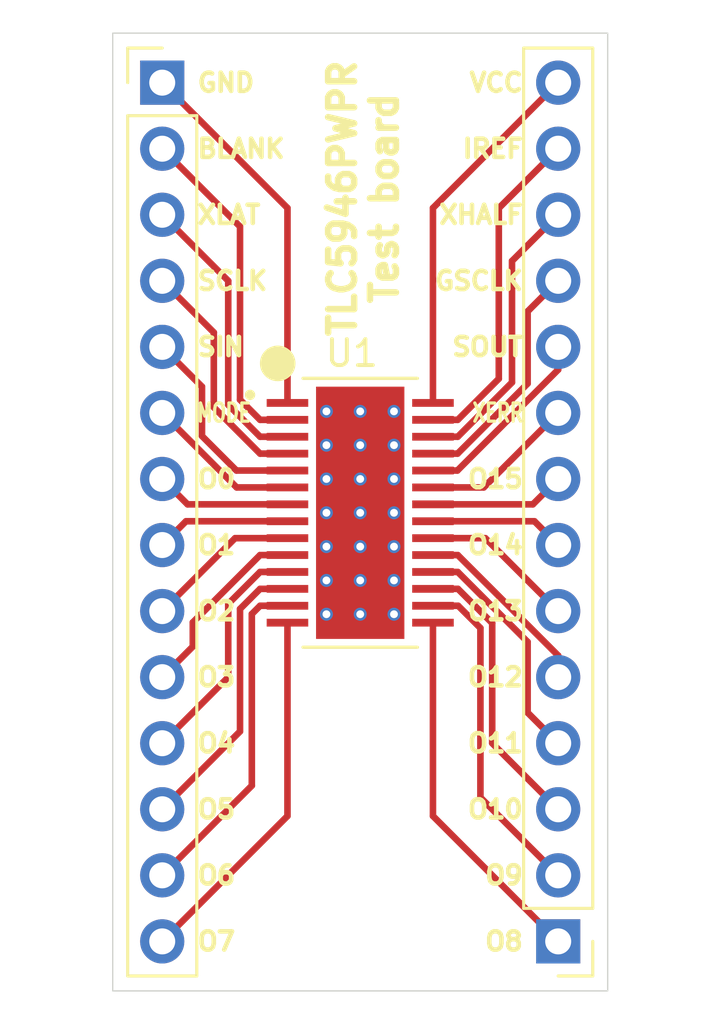
<source format=kicad_pcb>
(kicad_pcb (version 20240108) (generator "pcbnew") (generator_version "8.0")
  (layers (0 "F.Cu" signal) (31 "B.Cu" signal) (34 "B.Paste" user) (35 "F.Paste" user) (36 "B.SilkS" user "B.Silkscreen") (37 "F.SilkS" user "F.Silkscreen") (38 "B.Mask" user) (39 "F.Mask" user) (44 "Edge.Cuts" user))
  (net 0 "")
  (net 1 "OUT6")
  (net 2 "BLANK")
  (net 3 "SCLK")
  (net 4 "OUT5")
  (net 5 "SIN")
  (net 6 "MODE")
  (net 7 "OUT7")
  (net 8 "GND")
  (net 9 "OUT1")
  (net 10 "OUT3")
  (net 11 "OUT0")
  (net 12 "OUT2")
  (net 13 "OUT4")
  (net 14 "XLAT")
  (net 15 "XERR")
  (net 16 "OUT14")
  (net 17 "GSCLK")
  (net 18 "XHALF")
  (net 19 "SOUT")
  (net 20 "OUT9")
  (net 21 "OUT8")
  (net 22 "IREF")
  (net 23 "OUT12")
  (net 24 "OUT13")
  (net 25 "OUT15")
  (net 26 "OUT10")
  (net 27 "VCC")
  (net 28 "OUT11")
  (footprint "footprintlib:IC_TPS61196PWPRQ1" (layer "F.Cu") (at 50.8 41.94)
    (property "Reference" "U1" (at -0.325 -6.135 0) (layer "F.SilkS"))
    (property "Value" "TLC5946PWPR")
    (fp_line (start -2.2 -5.17) (end 2.2 -5.17) (stroke (width 0.127)) (layer "F.SilkS"))
    (fp_line (start -2.2 5.17) (end 2.2 5.17) (stroke (width 0.127)) (layer "F.SilkS"))
    (fp_circle (center -4.24 -4.535) (end -4.14 -4.535) (stroke (width 0.2)) (fill none) (layer "F.SilkS"))
    (pad "1" smd rect (at -2.8 -4.225) (size 1.6 0.3) (layers "F.Cu") (net 8 "GND"))
    (pad "2" smd rect (at -2.8 -3.575) (size 1.6 0.3) (layers "F.Cu") (net 2 "BLANK"))
    (pad "3" smd rect (at -2.8 -2.925) (size 1.6 0.3) (layers "F.Cu") (net 14 "XLAT"))
    (pad "4" smd rect (at -2.8 -2.275) (size 1.6 0.3) (layers "F.Cu") (net 3 "SCLK"))
    (pad "5" smd rect (at -2.8 -1.625) (size 1.6 0.3) (layers "F.Cu") (net 5 "SIN"))
    (pad "6" smd rect (at -2.8 -0.975) (size 1.6 0.3) (layers "F.Cu") (net 6 "MODE"))
    (pad "7" smd rect (at -2.8 -0.325) (size 1.6 0.3) (layers "F.Cu") (net 11 "OUT0"))
    (pad "8" smd rect (at -2.8 0.325) (size 1.6 0.3) (layers "F.Cu") (net 9 "OUT1"))
    (pad "9" smd rect (at -2.8 0.975) (size 1.6 0.3) (layers "F.Cu") (net 12 "OUT2"))
    (pad "10" smd rect (at -2.8 1.625) (size 1.6 0.3) (layers "F.Cu") (net 10 "OUT3"))
    (pad "11" smd rect (at -2.8 2.275) (size 1.6 0.3) (layers "F.Cu") (net 13 "OUT4"))
    (pad "12" smd rect (at -2.8 2.925) (size 1.6 0.3) (layers "F.Cu") (net 4 "OUT5"))
    (pad "13" smd rect (at -2.8 3.575) (size 1.6 0.3) (layers "F.Cu") (net 1 "OUT6"))
    (pad "14" smd rect (at -2.8 4.225) (size 1.6 0.3) (layers "F.Cu") (net 7 "OUT7"))
    (pad "15" smd rect (at 2.8 4.225) (size 1.6 0.3) (layers "F.Cu") (net 21 "OUT8"))
    (pad "16" smd rect (at 2.8 3.575) (size 1.6 0.3) (layers "F.Cu") (net 20 "OUT9"))
    (pad "17" smd rect (at 2.8 2.925) (size 1.6 0.3) (layers "F.Cu") (net 26 "OUT10"))
    (pad "18" smd rect (at 2.8 2.275) (size 1.6 0.3) (layers "F.Cu") (net 28 "OUT11"))
    (pad "19" smd rect (at 2.8 1.625) (size 1.6 0.3) (layers "F.Cu") (net 23 "OUT12"))
    (pad "20" smd rect (at 2.8 0.975) (size 1.6 0.3) (layers "F.Cu") (net 24 "OUT13"))
    (pad "21" smd rect (at 2.8 0.325) (size 1.6 0.3) (layers "F.Cu") (net 16 "OUT14"))
    (pad "22" smd rect (at 2.8 -0.325) (size 1.6 0.3) (layers "F.Cu") (net 25 "OUT15"))
    (pad "23" smd rect (at 2.8 -0.975) (size 1.6 0.3) (layers "F.Cu") (net 15 "XERR"))
    (pad "24" smd rect (at 2.8 -1.625) (size 1.6 0.3) (layers "F.Cu") (net 19 "SOUT"))
    (pad "25" smd rect (at 2.8 -2.275) (size 1.6 0.3) (layers "F.Cu") (net 17 "GSCLK"))
    (pad "26" smd rect (at 2.8 -2.925) (size 1.6 0.3) (layers "F.Cu") (net 18 "XHALF"))
    (pad "27" smd rect (at 2.8 -3.575) (size 1.6 0.3) (layers "F.Cu") (net 22 "IREF"))
    (pad "28" smd rect (at 2.8 -4.225) (size 1.6 0.3) (layers "F.Cu") (net 27 "VCC"))
    (pad "29" thru_hole circle (at -1.3 -3.9) (size 0.5 0.5) (drill 0.3) (layers "*.Cu"))
    (pad "29" thru_hole circle (at -1.3 -2.6) (size 0.5 0.5) (drill 0.3) (layers "*.Cu"))
    (pad "29" thru_hole circle (at -1.3 -1.3) (size 0.5 0.5) (drill 0.3) (layers "*.Cu"))
    (pad "29" thru_hole circle (at -1.3 0) (size 0.5 0.5) (drill 0.3) (layers "*.Cu"))
    (pad "29" thru_hole circle (at -1.3 1.3) (size 0.5 0.5) (drill 0.3) (layers "*.Cu"))
    (pad "29" thru_hole circle (at -1.3 2.6) (size 0.5 0.5) (drill 0.3) (layers "*.Cu"))
    (pad "29" thru_hole circle (at -1.3 3.9) (size 0.5 0.5) (drill 0.3) (layers "*.Cu"))
    (pad "29" thru_hole circle (at 0 -3.9) (size 0.5 0.5) (drill 0.3) (layers "*.Cu"))
    (pad "29" thru_hole circle (at 0 -2.6) (size 0.5 0.5) (drill 0.3) (layers "*.Cu"))
    (pad "29" thru_hole circle (at 0 -1.3) (size 0.5 0.5) (drill 0.3) (layers "*.Cu"))
    (pad "29" thru_hole circle (at 0 0) (size 0.5 0.5) (drill 0.3) (layers "*.Cu"))
    (pad "29" smd rect (at 0 0) (size 3.4 9.7) (layers "F.Cu"))
    (pad "29" thru_hole circle (at 0 1.3) (size 0.5 0.5) (drill 0.3) (layers "*.Cu"))
    (pad "29" thru_hole circle (at 0 2.6) (size 0.5 0.5) (drill 0.3) (layers "*.Cu"))
    (pad "29" thru_hole circle (at 0 3.9) (size 0.5 0.5) (drill 0.3) (layers "*.Cu"))
    (pad "29" thru_hole circle (at 1.3 -3.9) (size 0.5 0.5) (drill 0.3) (layers "*.Cu"))
    (pad "29" thru_hole circle (at 1.3 -2.6) (size 0.5 0.5) (drill 0.3) (layers "*.Cu"))
    (pad "29" thru_hole circle (at 1.3 -1.3) (size 0.5 0.5) (drill 0.3) (layers "*.Cu"))
    (pad "29" thru_hole circle (at 1.3 0) (size 0.5 0.5) (drill 0.3) (layers "*.Cu"))
    (pad "29" thru_hole circle (at 1.3 1.3) (size 0.5 0.5) (drill 0.3) (layers "*.Cu"))
    (pad "29" thru_hole circle (at 1.3 2.6) (size 0.5 0.5) (drill 0.3) (layers "*.Cu"))
    (pad "29" thru_hole circle (at 1.3 3.9) (size 0.5 0.5) (drill 0.3) (layers "*.Cu"))
  )
  (footprint "Connector_PinHeader_2.54mm:PinHeader_1x14_P2.54mm_Vertical" (layer "F.Cu") (at 58.42 58.42 180)
    (property "Reference" "J2" (hide yes))
    (property "Value" "Conn_01x14_Pin")
    (fp_line (start 1.33 1.27) (end 1.33 34.35) (stroke (width 0.12)) (layer "F.SilkS"))
    (fp_line (start -1.33 34.35) (end 1.33 34.35) (stroke (width 0.12)) (layer "F.SilkS"))
    (fp_line (start -1.33 1.27) (end 1.33 1.27) (stroke (width 0.12)) (layer "F.SilkS"))
    (fp_line (start -1.33 1.27) (end -1.33 34.35) (stroke (width 0.12)) (layer "F.SilkS"))
    (fp_line (start -1.33 0) (end -1.33 -1.33) (stroke (width 0.12)) (layer "F.SilkS"))
    (fp_line (start -1.33 -1.33) (end 0 -1.33) (stroke (width 0.12)) (layer "F.SilkS"))
    (pad "1" thru_hole rect (at 0 0 180) (size 1.7 1.7) (drill 1) (layers "*.Cu" "*.Mask") (net 21 "OUT8"))
    (pad "2" thru_hole oval (at 0 2.54 180) (size 1.7 1.7) (drill 1) (layers "*.Cu" "*.Mask") (net 20 "OUT9"))
    (pad "3" thru_hole oval (at 0 5.08 180) (size 1.7 1.7) (drill 1) (layers "*.Cu" "*.Mask") (net 26 "OUT10"))
    (pad "4" thru_hole oval (at 0 7.62 180) (size 1.7 1.7) (drill 1) (layers "*.Cu" "*.Mask") (net 28 "OUT11"))
    (pad "5" thru_hole oval (at 0 10.16 180) (size 1.7 1.7) (drill 1) (layers "*.Cu" "*.Mask") (net 23 "OUT12"))
    (pad "6" thru_hole oval (at 0 12.7 180) (size 1.7 1.7) (drill 1) (layers "*.Cu" "*.Mask") (net 24 "OUT13"))
    (pad "7" thru_hole oval (at 0 15.24 180) (size 1.7 1.7) (drill 1) (layers "*.Cu" "*.Mask") (net 16 "OUT14"))
    (pad "8" thru_hole oval (at 0 17.78 180) (size 1.7 1.7) (drill 1) (layers "*.Cu" "*.Mask") (net 25 "OUT15"))
    (pad "9" thru_hole oval (at 0 20.32 180) (size 1.7 1.7) (drill 1) (layers "*.Cu" "*.Mask") (net 15 "XERR"))
    (pad "10" thru_hole oval (at 0 22.86 180) (size 1.7 1.7) (drill 1) (layers "*.Cu" "*.Mask") (net 19 "SOUT"))
    (pad "11" thru_hole oval (at 0 25.4 180) (size 1.7 1.7) (drill 1) (layers "*.Cu" "*.Mask") (net 17 "GSCLK"))
    (pad "12" thru_hole oval (at 0 27.94 180) (size 1.7 1.7) (drill 1) (layers "*.Cu" "*.Mask") (net 18 "XHALF"))
    (pad "13" thru_hole oval (at 0 30.48 180) (size 1.7 1.7) (drill 1) (layers "*.Cu" "*.Mask") (net 22 "IREF"))
    (pad "14" thru_hole oval (at 0 33.02 180) (size 1.7 1.7) (drill 1) (layers "*.Cu" "*.Mask") (net 27 "VCC"))
  )
  (footprint "Connector_PinHeader_2.54mm:PinHeader_1x14_P2.54mm_Vertical" (layer "F.Cu") (at 43.18 25.4)
    (property "Reference" "J1" (hide yes))
    (property "Value" "Conn_01x14_Pin")
    (fp_line (start -1.33 -1.33) (end 0 -1.33) (stroke (width 0.12)) (layer "F.SilkS"))
    (fp_line (start -1.33 0) (end -1.33 -1.33) (stroke (width 0.12)) (layer "F.SilkS"))
    (fp_line (start -1.33 1.27) (end -1.33 34.35) (stroke (width 0.12)) (layer "F.SilkS"))
    (fp_line (start -1.33 1.27) (end 1.33 1.27) (stroke (width 0.12)) (layer "F.SilkS"))
    (fp_line (start -1.33 34.35) (end 1.33 34.35) (stroke (width 0.12)) (layer "F.SilkS"))
    (fp_line (start 1.33 1.27) (end 1.33 34.35) (stroke (width 0.12)) (layer "F.SilkS"))
    (pad "1" thru_hole rect (at 0 0) (size 1.7 1.7) (drill 1) (layers "*.Cu" "*.Mask") (net 8 "GND"))
    (pad "2" thru_hole oval (at 0 2.54) (size 1.7 1.7) (drill 1) (layers "*.Cu" "*.Mask") (net 2 "BLANK"))
    (pad "3" thru_hole oval (at 0 5.08) (size 1.7 1.7) (drill 1) (layers "*.Cu" "*.Mask") (net 14 "XLAT"))
    (pad "4" thru_hole oval (at 0 7.62) (size 1.7 1.7) (drill 1) (layers "*.Cu" "*.Mask") (net 3 "SCLK"))
    (pad "5" thru_hole oval (at 0 10.16) (size 1.7 1.7) (drill 1) (layers "*.Cu" "*.Mask") (net 5 "SIN"))
    (pad "6" thru_hole oval (at 0 12.7) (size 1.7 1.7) (drill 1) (layers "*.Cu" "*.Mask") (net 6 "MODE"))
    (pad "7" thru_hole oval (at 0 15.24) (size 1.7 1.7) (drill 1) (layers "*.Cu" "*.Mask") (net 11 "OUT0"))
    (pad "8" thru_hole oval (at 0 17.78) (size 1.7 1.7) (drill 1) (layers "*.Cu" "*.Mask") (net 9 "OUT1"))
    (pad "9" thru_hole oval (at 0 20.32) (size 1.7 1.7) (drill 1) (layers "*.Cu" "*.Mask") (net 12 "OUT2"))
    (pad "10" thru_hole oval (at 0 22.86) (size 1.7 1.7) (drill 1) (layers "*.Cu" "*.Mask") (net 10 "OUT3"))
    (pad "11" thru_hole oval (at 0 25.4) (size 1.7 1.7) (drill 1) (layers "*.Cu" "*.Mask") (net 13 "OUT4"))
    (pad "12" thru_hole oval (at 0 27.94) (size 1.7 1.7) (drill 1) (layers "*.Cu" "*.Mask") (net 4 "OUT5"))
    (pad "13" thru_hole oval (at 0 30.48) (size 1.7 1.7) (drill 1) (layers "*.Cu" "*.Mask") (net 1 "OUT6"))
    (pad "14" thru_hole oval (at 0 33.02) (size 1.7 1.7) (drill 1) (layers "*.Cu" "*.Mask") (net 7 "OUT7"))
  )
  (gr_circle (center 47.625 36.195) (end 48.26 36.195) (stroke (width 0.1)) (fill solid) (layer "F.SilkS"))
  (gr_rect (start 41.275 23.495) (end 60.325 60.325) (stroke (width 0.05)) (fill none) (layer "Edge.Cuts"))
  (gr_text "SOUT" (at 57.15 35.56 0) (layer "F.SilkS") (effects (font (size 0.7 0.7) (thickness 0.175) (bold yes)) (justify right)))
  (gr_text "MODE" (at 44.45 38.1 0) (layer "F.SilkS") (effects (font (size 0.7 0.5) (thickness 0.125) (bold yes)) (justify left)))
  (gr_text "O8" (at 57.15 58.42 0) (layer "F.SilkS") (effects (font (size 0.7 0.7) (thickness 0.175) (bold yes)) (justify right)))
  (gr_text "O4" (at 44.45 50.8 0) (layer "F.SilkS") (effects (font (size 0.7 0.7) (thickness 0.175) (bold yes)) (justify left)))
  (gr_text "IREF" (at 57.15 27.94 0) (layer "F.SilkS") (effects (font (size 0.7 0.7) (thickness 0.175) (bold yes)) (justify right)))
  (gr_text "XLAT" (at 44.45 30.48 0) (layer "F.SilkS") (effects (font (size 0.7 0.7) (thickness 0.175) (bold yes)) (justify left)))
  (gr_text "O3" (at 44.45 48.26 0) (layer "F.SilkS") (effects (font (size 0.7 0.7) (thickness 0.175) (bold yes)) (justify left)))
  (gr_text "O0" (at 44.45 40.64 0) (layer "F.SilkS") (effects (font (size 0.7 0.7) (thickness 0.175) (bold yes)) (justify left)))
  (gr_text "O5" (at 44.45 53.34 0) (layer "F.SilkS") (effects (font (size 0.7 0.7) (thickness 0.175) (bold yes)) (justify left)))
  (gr_text "O14" (at 57.15 43.18 0) (layer "F.SilkS") (effects (font (size 0.7 0.7) (thickness 0.175) (bold yes)) (justify right)))
  (gr_text "O15" (at 57.15 40.64 0) (layer "F.SilkS") (effects (font (size 0.7 0.7) (thickness 0.175) (bold yes)) (justify right)))
  (gr_text "O2" (at 44.45 45.72 0) (layer "F.SilkS") (effects (font (size 0.7 0.7) (thickness 0.175) (bold yes)) (justify left)))
  (gr_text "O7" (at 44.45 58.42 0) (layer "F.SilkS") (effects (font (size 0.7 0.7) (thickness 0.175) (bold yes)) (justify left)))
  (gr_text "GND" (at 44.45 25.4 0) (layer "F.SilkS") (effects (font (size 0.7 0.7) (thickness 0.175) (bold yes)) (justify left)))
  (gr_text "SCLK" (at 44.45 33.02 0) (layer "F.SilkS") (effects (font (size 0.7 0.7) (thickness 0.175) (bold yes)) (justify left)))
  (gr_text "O13" (at 57.15 45.72 0) (layer "F.SilkS") (effects (font (size 0.7 0.7) (thickness 0.175) (bold yes)) (justify right)))
  (gr_text "TLC5946PWPR\nTest board" (at 49.53 29.845 90) (layer "F.SilkS") (effects (font (size 1 1) (thickness 0.25) (bold yes)) (justify top)))
  (gr_text "O12" (at 57.15 48.26 0) (layer "F.SilkS") (effects (font (size 0.7 0.7) (thickness 0.175) (bold yes)) (justify right)))
  (gr_text "SIN" (at 44.45 35.56 0) (layer "F.SilkS") (effects (font (size 0.7 0.7) (thickness 0.175) (bold yes)) (justify left)))
  (gr_text "VCC" (at 57.15 25.399998 0) (layer "F.SilkS") (effects (font (size 0.7 0.7) (thickness 0.175) (bold yes)) (justify right)))
  (gr_text "BLANK" (at 44.45 27.94 0) (layer "F.SilkS") (effects (font (size 0.7 0.7) (thickness 0.175) (bold yes)) (justify left)))
  (gr_text "O10" (at 57.15 53.34 0) (layer "F.SilkS") (effects (font (size 0.7 0.7) (thickness 0.175) (bold yes)) (justify right)))
  (gr_text "O6" (at 44.45 55.88 0) (layer "F.SilkS") (effects (font (size 0.7 0.7) (thickness 0.175) (bold yes)) (justify left)))
  (gr_text "XERR" (at 57.15 38.1 0) (layer "F.SilkS") (effects (font (size 0.7 0.5) (thickness 0.125) (bold yes)) (justify right)))
  (gr_text "O9" (at 57.15 55.88 0) (layer "F.SilkS") (effects (font (size 0.7 0.7) (thickness 0.175) (bold yes)) (justify right)))
  (gr_text "GSCLK" (at 57.15 33.02 0) (layer "F.SilkS") (effects (font (size 0.7 0.7) (thickness 0.175) (bold yes)) (justify right)))
  (gr_text "XHALF" (at 57.15 30.48 0) (layer "F.SilkS") (effects (font (size 0.7 0.7) (thickness 0.175) (bold yes)) (justify right)))
  (gr_text "O1" (at 44.45 43.18 0) (layer "F.SilkS") (effects (font (size 0.7 0.7) (thickness 0.175) (bold yes)) (justify left)))
  (gr_text "O11" (at 57.15 50.8 0) (layer "F.SilkS") (effects (font (size 0.7 0.7) (thickness 0.175) (bold yes)) (justify right)))
  (segment (start 46.946 45.515) (end 46.628 45.833) (width 0.254) (layer "F.Cu") (net 1))
  (segment (start 46.628 45.833) (end 46.628 52.432) (width 0.254) (layer "F.Cu") (net 1))
  (segment (start 46.628 52.432) (end 43.18 55.88) (width 0.254) (layer "F.Cu") (net 1))
  (segment (start 48 45.515) (end 46.946 45.515) (width 0.254) (layer "F.Cu") (net 1))
  (segment (start 46.174 37.593) (end 46.174 30.934) (width 0.254) (layer "F.Cu") (net 2))
  (segment (start 46.946 38.365) (end 46.174 37.593) (width 0.254) (layer "F.Cu") (net 2))
  (segment (start 46.174 30.934) (end 43.18 27.94) (width 0.254) (layer "F.Cu") (net 2))
  (segment (start 48 38.365) (end 46.946 38.365) (width 0.254) (layer "F.Cu") (net 2))
  (segment (start 45.165052 35.005052) (end 43.18 33.02) (width 0.254) (layer "F.Cu") (net 3))
  (segment (start 45.165052 37.884052) (end 45.165052 35.005052) (width 0.254) (layer "F.Cu") (net 3))
  (segment (start 46.946 39.665) (end 45.165052 37.884052) (width 0.254) (layer "F.Cu") (net 3))
  (segment (start 48 39.665) (end 46.946 39.665) (width 0.254) (layer "F.Cu") (net 3))
  (segment (start 46.174 45.637) (end 46.174 50.346) (width 0.254) (layer "F.Cu") (net 4))
  (segment (start 46.946 44.865) (end 46.174 45.637) (width 0.254) (layer "F.Cu") (net 4))
  (segment (start 48 44.865) (end 46.946 44.865) (width 0.254) (layer "F.Cu") (net 4))
  (segment (start 46.174 50.346) (end 43.18 53.34) (width 0.254) (layer "F.Cu") (net 4))
  (segment (start 44.711052 37.091052) (end 43.18 35.56) (width 0.254) (layer "F.Cu") (net 5))
  (segment (start 48 40.315) (end 46.037052 40.315) (width 0.254) (layer "F.Cu") (net 5))
  (segment (start 46.037052 40.315) (end 44.711052 38.989) (width 0.254) (layer "F.Cu") (net 5))
  (segment (start 44.711052 38.989) (end 44.711052 37.091052) (width 0.254) (layer "F.Cu") (net 5))
  (segment (start 46.045 40.965) (end 43.18 38.1) (width 0.254) (layer "F.Cu") (net 6))
  (segment (start 48 40.965) (end 46.045 40.965) (width 0.254) (layer "F.Cu") (net 6))
  (segment (start 48 53.6) (end 43.18 58.42) (width 0.254) (layer "F.Cu") (net 7))
  (segment (start 48 46.165) (end 48 53.6) (width 0.254) (layer "F.Cu") (net 7))
  (segment (start 48 30.22) (end 43.18 25.4) (width 0.254) (layer "F.Cu") (net 8))
  (segment (start 48 37.715) (end 48 30.22) (width 0.254) (layer "F.Cu") (net 8))
  (segment (start 48 42.265) (end 44.095 42.265) (width 0.254) (layer "F.Cu") (net 9))
  (segment (start 44.095 42.265) (end 43.18 43.18) (width 0.254) (layer "F.Cu") (net 9))
  (segment (start 44.357 47.083) (end 43.18 48.26) (width 0.254) (layer "F.Cu") (net 10))
  (segment (start 48 43.565) (end 46.946 43.565) (width 0.254) (layer "F.Cu") (net 10))
  (segment (start 44.357 46.154) (end 44.357 47.083) (width 0.254) (layer "F.Cu") (net 10))
  (segment (start 46.946 43.565) (end 44.357 46.154) (width 0.254) (layer "F.Cu") (net 10))
  (segment (start 48 41.615) (end 44.155 41.615) (width 0.254) (layer "F.Cu") (net 11))
  (segment (start 44.155 41.615) (end 43.18 40.64) (width 0.254) (layer "F.Cu") (net 11))
  (segment (start 45.985 42.915) (end 43.18 45.72) (width 0.254) (layer "F.Cu") (net 12))
  (segment (start 48 42.915) (end 45.985 42.915) (width 0.254) (layer "F.Cu") (net 12))
  (segment (start 48 44.215) (end 46.946 44.215) (width 0.254) (layer "F.Cu") (net 13))
  (segment (start 45.72 45.441) (end 45.72 48.26) (width 0.254) (layer "F.Cu") (net 13))
  (segment (start 45.72 48.26) (end 43.18 50.8) (width 0.254) (layer "F.Cu") (net 13))
  (segment (start 46.946 44.215) (end 45.72 45.441) (width 0.254) (layer "F.Cu") (net 13))
  (segment (start 46.946 39.015) (end 45.72 37.789) (width 0.254) (layer "F.Cu") (net 14))
  (segment (start 48 39.015) (end 46.946 39.015) (width 0.254) (layer "F.Cu") (net 14))
  (segment (start 45.72 37.789) (end 45.72 33.02) (width 0.254) (layer "F.Cu") (net 14))
  (segment (start 45.72 33.02) (end 43.18 30.48) (width 0.254) (layer "F.Cu") (net 14))
  (segment (start 53.6 40.965) (end 55.555 40.965) (width 0.254) (layer "F.Cu") (net 15))
  (segment (start 55.555 40.965) (end 58.42 38.1) (width 0.254) (layer "F.Cu") (net 15))
  (segment (start 53.6 42.265) (end 57.505 42.265) (width 0.254) (layer "F.Cu") (net 16))
  (segment (start 57.505 42.265) (end 58.42 43.18) (width 0.254) (layer "F.Cu") (net 16))
  (segment (start 53.6 39.665) (end 54.548418 39.665) (width 0.254) (layer "F.Cu") (net 17))
  (segment (start 57.243 34.197) (end 58.42 33.02) (width 0.254) (layer "F.Cu") (net 17))
  (segment (start 57.243 36.970418) (end 57.243 34.197) (width 0.254) (layer "F.Cu") (net 17))
  (segment (start 54.548418 39.665) (end 57.243 36.970418) (width 0.254) (layer "F.Cu") (net 17))
  (segment (start 54.554 39.015) (end 56.642 36.927) (width 0.254) (layer "F.Cu") (net 18))
  (segment (start 56.642 32.258) (end 58.42 30.48) (width 0.254) (layer "F.Cu") (net 18))
  (segment (start 53.6 39.015) (end 54.554 39.015) (width 0.254) (layer "F.Cu") (net 18))
  (segment (start 56.642 36.927) (end 56.642 32.258) (width 0.254) (layer "F.Cu") (net 18))
  (segment (start 54.54047 40.315) (end 58.42 36.43547) (width 0.254) (layer "F.Cu") (net 19))
  (segment (start 53.6 40.315) (end 54.54047 40.315) (width 0.254) (layer "F.Cu") (net 19))
  (segment (start 58.42 36.43547) (end 58.42 35.56) (width 0.254) (layer "F.Cu") (net 19))
  (segment (start 55.426 46.371104) (end 55.426 52.886) (width 0.254) (layer "F.Cu") (net 20))
  (segment (start 54.569896 45.515) (end 55.426 46.371104) (width 0.254) (layer "F.Cu") (net 20))
  (segment (start 55.426 52.886) (end 58.42 55.88) (width 0.254) (layer "F.Cu") (net 20))
  (segment (start 53.6 45.515) (end 54.569896 45.515) (width 0.254) (layer "F.Cu") (net 20))
  (segment (start 53.6 46.165) (end 53.6 53.6) (width 0.254) (layer "F.Cu") (net 21))
  (segment (start 53.6 53.6) (end 58.42 58.42) (width 0.254) (layer "F.Cu") (net 21))
  (segment (start 54.554 38.365) (end 56.134 36.785) (width 0.254) (layer "F.Cu") (net 22))
  (segment (start 56.134 30.226) (end 58.42 27.94) (width 0.254) (layer "F.Cu") (net 22))
  (segment (start 53.6 38.365) (end 54.554 38.365) (width 0.254) (layer "F.Cu") (net 22))
  (segment (start 56.134 36.785) (end 56.134 30.226) (width 0.254) (layer "F.Cu") (net 22))
  (segment (start 58.42 47.431) (end 58.42 48.26) (width 0.254) (layer "F.Cu") (net 23))
  (segment (start 54.554 43.565) (end 58.42 47.431) (width 0.254) (layer "F.Cu") (net 23))
  (segment (start 53.6 43.565) (end 54.554 43.565) (width 0.254) (layer "F.Cu") (net 23))
  (segment (start 55.615 42.915) (end 58.42 45.72) (width 0.254) (layer "F.Cu") (net 24))
  (segment (start 53.6 42.915) (end 55.615 42.915) (width 0.254) (layer "F.Cu") (net 24))
  (segment (start 57.445 41.615) (end 58.42 40.64) (width 0.254) (layer "F.Cu") (net 25))
  (segment (start 53.6 41.615) (end 57.445 41.615) (width 0.254) (layer "F.Cu") (net 25))
  (segment (start 54.561948 44.865) (end 55.88 46.183052) (width 0.254) (layer "F.Cu") (net 26))
  (segment (start 55.88 46.183052) (end 55.88 50.8) (width 0.254) (layer "F.Cu") (net 26))
  (segment (start 55.88 50.8) (end 58.42 53.34) (width 0.254) (layer "F.Cu") (net 26))
  (segment (start 53.6 44.865) (end 54.561948 44.865) (width 0.254) (layer "F.Cu") (net 26))
  (segment (start 53.6 37.715) (end 53.6 30.22) (width 0.254) (layer "F.Cu") (net 27))
  (segment (start 53.6 30.22) (end 58.42 25.4) (width 0.254) (layer "F.Cu") (net 27))
  (segment (start 57.243 49.623) (end 58.42 50.8) (width 0.254) (layer "F.Cu") (net 28))
  (segment (start 57.243 46.904) (end 57.243 49.623) (width 0.254) (layer "F.Cu") (net 28))
  (segment (start 53.6 44.215) (end 54.554 44.215) (width 0.254) (layer "F.Cu") (net 28))
  (segment (start 54.554 44.215) (end 57.243 46.904) (width 0.254) (layer "F.Cu") (net 28))
)
</source>
